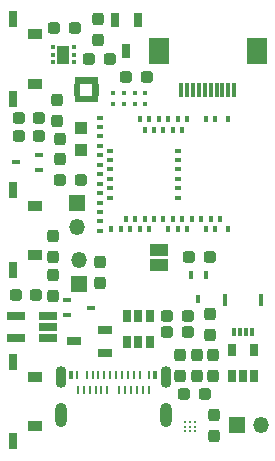
<source format=gbr>
%TF.GenerationSoftware,KiCad,Pcbnew,(5.99.0-8775-g06a515339c)*%
%TF.CreationDate,2021-12-27T00:45:30-05:00*%
%TF.ProjectId,mk2,6d6b322e-6b69-4636-9164-5f7063625858,rev?*%
%TF.SameCoordinates,Original*%
%TF.FileFunction,Soldermask,Top*%
%TF.FilePolarity,Negative*%
%FSLAX46Y46*%
G04 Gerber Fmt 4.6, Leading zero omitted, Abs format (unit mm)*
G04 Created by KiCad (PCBNEW (5.99.0-8775-g06a515339c)) date 2021-12-27 00:45:30*
%MOMM*%
%LPD*%
G01*
G04 APERTURE LIST*
G04 Aperture macros list*
%AMRoundRect*
0 Rectangle with rounded corners*
0 $1 Rounding radius*
0 $2 $3 $4 $5 $6 $7 $8 $9 X,Y pos of 4 corners*
0 Add a 4 corners polygon primitive as box body*
4,1,4,$2,$3,$4,$5,$6,$7,$8,$9,$2,$3,0*
0 Add four circle primitives for the rounded corners*
1,1,$1+$1,$2,$3*
1,1,$1+$1,$4,$5*
1,1,$1+$1,$6,$7*
1,1,$1+$1,$8,$9*
0 Add four rect primitives between the rounded corners*
20,1,$1+$1,$2,$3,$4,$5,0*
20,1,$1+$1,$4,$5,$6,$7,0*
20,1,$1+$1,$6,$7,$8,$9,0*
20,1,$1+$1,$8,$9,$2,$3,0*%
G04 Aperture macros list end*
%ADD10C,0.010000*%
%ADD11RoundRect,0.237500X0.287500X0.237500X-0.287500X0.237500X-0.287500X-0.237500X0.287500X-0.237500X0*%
%ADD12RoundRect,0.237500X-0.237500X0.287500X-0.237500X-0.287500X0.237500X-0.287500X0.237500X0.287500X0*%
%ADD13C,0.229500*%
%ADD14RoundRect,0.237500X0.237500X-0.287500X0.237500X0.287500X-0.237500X0.287500X-0.237500X-0.287500X0*%
%ADD15R,0.400000X0.600000*%
%ADD16R,0.600000X0.400000*%
%ADD17R,0.650000X1.060000*%
%ADD18R,1.220000X0.650000*%
%ADD19R,0.700000X0.450000*%
%ADD20R,0.650000X1.220000*%
%ADD21R,1.270000X0.900000*%
%ADD22R,0.800000X1.450000*%
%ADD23R,0.300000X1.300000*%
%ADD24R,1.800000X2.200000*%
%ADD25R,0.300000X0.700000*%
%ADD26R,0.300000X1.000000*%
%ADD27RoundRect,0.237500X-0.287500X-0.237500X0.287500X-0.237500X0.287500X0.237500X-0.287500X0.237500X0*%
%ADD28R,0.400000X0.420000*%
%ADD29R,1.350000X1.350000*%
%ADD30O,1.350000X1.350000*%
%ADD31R,0.450000X0.700000*%
%ADD32RoundRect,0.093750X0.093750X0.106250X-0.093750X0.106250X-0.093750X-0.106250X0.093750X-0.106250X0*%
%ADD33R,1.000000X1.600000*%
%ADD34R,1.100000X1.050000*%
%ADD35R,0.250000X0.750000*%
%ADD36R,0.300000X0.750000*%
%ADD37O,1.025000X2.050000*%
%ADD38O,0.925000X1.850000*%
%ADD39R,1.560000X0.650000*%
%ADD40R,1.500000X1.000000*%
G04 APERTURE END LIST*
D10*
%TO.C,U4*%
X19227000Y-20304000D02*
X19227000Y-19854000D01*
X19227000Y-19854000D02*
X19627000Y-19854000D01*
X19627000Y-19854000D02*
X19627000Y-20304000D01*
X19627000Y-20304000D02*
X19227000Y-20304000D01*
G36*
X19627000Y-20304000D02*
G01*
X19227000Y-20304000D01*
X19227000Y-19854000D01*
X19627000Y-19854000D01*
X19627000Y-20304000D01*
G37*
X19627000Y-20304000D02*
X19227000Y-20304000D01*
X19227000Y-19854000D01*
X19627000Y-19854000D01*
X19627000Y-20304000D01*
X18177000Y-19254000D02*
X18177000Y-18854000D01*
X18177000Y-18854000D02*
X18627000Y-18854000D01*
X18627000Y-18854000D02*
X18627000Y-19254000D01*
X18627000Y-19254000D02*
X18177000Y-19254000D01*
G36*
X18627000Y-19254000D02*
G01*
X18177000Y-19254000D01*
X18177000Y-18854000D01*
X18627000Y-18854000D01*
X18627000Y-19254000D01*
G37*
X18627000Y-19254000D02*
X18177000Y-19254000D01*
X18177000Y-18854000D01*
X18627000Y-18854000D01*
X18627000Y-19254000D01*
X19727000Y-19754000D02*
X19727000Y-19354000D01*
X19727000Y-19354000D02*
X20177000Y-19354000D01*
X20177000Y-19354000D02*
X20177000Y-19754000D01*
X20177000Y-19754000D02*
X19727000Y-19754000D01*
G36*
X20177000Y-19754000D02*
G01*
X19727000Y-19754000D01*
X19727000Y-19354000D01*
X20177000Y-19354000D01*
X20177000Y-19754000D01*
G37*
X20177000Y-19754000D02*
X19727000Y-19754000D01*
X19727000Y-19354000D01*
X20177000Y-19354000D01*
X20177000Y-19754000D01*
X19727000Y-18754000D02*
X19727000Y-18304000D01*
X19727000Y-18304000D02*
X20127000Y-18304000D01*
X20127000Y-18304000D02*
X20127000Y-18754000D01*
X20127000Y-18754000D02*
X19727000Y-18754000D01*
G36*
X20127000Y-18754000D02*
G01*
X19727000Y-18754000D01*
X19727000Y-18304000D01*
X20127000Y-18304000D01*
X20127000Y-18754000D01*
G37*
X20127000Y-18754000D02*
X19727000Y-18754000D01*
X19727000Y-18304000D01*
X20127000Y-18304000D01*
X20127000Y-18754000D01*
X18727000Y-18754000D02*
X18727000Y-18304000D01*
X18727000Y-18304000D02*
X19127000Y-18304000D01*
X19127000Y-18304000D02*
X19127000Y-18754000D01*
X19127000Y-18754000D02*
X18727000Y-18754000D01*
G36*
X19127000Y-18754000D02*
G01*
X18727000Y-18754000D01*
X18727000Y-18304000D01*
X19127000Y-18304000D01*
X19127000Y-18754000D01*
G37*
X19127000Y-18754000D02*
X18727000Y-18754000D01*
X18727000Y-18304000D01*
X19127000Y-18304000D01*
X19127000Y-18754000D01*
X19727000Y-20304000D02*
X19727000Y-19854000D01*
X19727000Y-19854000D02*
X20127000Y-19854000D01*
X20127000Y-19854000D02*
X20127000Y-20304000D01*
X20127000Y-20304000D02*
X19727000Y-20304000D01*
G36*
X20127000Y-20304000D02*
G01*
X19727000Y-20304000D01*
X19727000Y-19854000D01*
X20127000Y-19854000D01*
X20127000Y-20304000D01*
G37*
X20127000Y-20304000D02*
X19727000Y-20304000D01*
X19727000Y-19854000D01*
X20127000Y-19854000D01*
X20127000Y-20304000D01*
X18227000Y-18754000D02*
X18227000Y-18304000D01*
X18227000Y-18304000D02*
X18627000Y-18304000D01*
X18627000Y-18304000D02*
X18627000Y-18754000D01*
X18627000Y-18754000D02*
X18227000Y-18754000D01*
G36*
X18627000Y-18754000D02*
G01*
X18227000Y-18754000D01*
X18227000Y-18304000D01*
X18627000Y-18304000D01*
X18627000Y-18754000D01*
G37*
X18627000Y-18754000D02*
X18227000Y-18754000D01*
X18227000Y-18304000D01*
X18627000Y-18304000D01*
X18627000Y-18754000D01*
X19727000Y-19254000D02*
X19727000Y-18854000D01*
X19727000Y-18854000D02*
X20177000Y-18854000D01*
X20177000Y-18854000D02*
X20177000Y-19254000D01*
X20177000Y-19254000D02*
X19727000Y-19254000D01*
G36*
X20177000Y-19254000D02*
G01*
X19727000Y-19254000D01*
X19727000Y-18854000D01*
X20177000Y-18854000D01*
X20177000Y-19254000D01*
G37*
X20177000Y-19254000D02*
X19727000Y-19254000D01*
X19727000Y-18854000D01*
X20177000Y-18854000D01*
X20177000Y-19254000D01*
X18177000Y-19754000D02*
X18177000Y-19354000D01*
X18177000Y-19354000D02*
X18627000Y-19354000D01*
X18627000Y-19354000D02*
X18627000Y-19754000D01*
X18627000Y-19754000D02*
X18177000Y-19754000D01*
G36*
X18627000Y-19754000D02*
G01*
X18177000Y-19754000D01*
X18177000Y-19354000D01*
X18627000Y-19354000D01*
X18627000Y-19754000D01*
G37*
X18627000Y-19754000D02*
X18177000Y-19754000D01*
X18177000Y-19354000D01*
X18627000Y-19354000D01*
X18627000Y-19754000D01*
X19227000Y-18754000D02*
X19227000Y-18304000D01*
X19227000Y-18304000D02*
X19627000Y-18304000D01*
X19627000Y-18304000D02*
X19627000Y-18754000D01*
X19627000Y-18754000D02*
X19227000Y-18754000D01*
G36*
X19627000Y-18754000D02*
G01*
X19227000Y-18754000D01*
X19227000Y-18304000D01*
X19627000Y-18304000D01*
X19627000Y-18754000D01*
G37*
X19627000Y-18754000D02*
X19227000Y-18754000D01*
X19227000Y-18304000D01*
X19627000Y-18304000D01*
X19627000Y-18754000D01*
X18727000Y-20304000D02*
X18727000Y-19854000D01*
X18727000Y-19854000D02*
X19127000Y-19854000D01*
X19127000Y-19854000D02*
X19127000Y-20304000D01*
X19127000Y-20304000D02*
X18727000Y-20304000D01*
G36*
X19127000Y-20304000D02*
G01*
X18727000Y-20304000D01*
X18727000Y-19854000D01*
X19127000Y-19854000D01*
X19127000Y-20304000D01*
G37*
X19127000Y-20304000D02*
X18727000Y-20304000D01*
X18727000Y-19854000D01*
X19127000Y-19854000D01*
X19127000Y-20304000D01*
X18227000Y-20304000D02*
X18227000Y-19854000D01*
X18227000Y-19854000D02*
X18627000Y-19854000D01*
X18627000Y-19854000D02*
X18627000Y-20304000D01*
X18627000Y-20304000D02*
X18227000Y-20304000D01*
G36*
X18627000Y-20304000D02*
G01*
X18227000Y-20304000D01*
X18227000Y-19854000D01*
X18627000Y-19854000D01*
X18627000Y-20304000D01*
G37*
X18627000Y-20304000D02*
X18227000Y-20304000D01*
X18227000Y-19854000D01*
X18627000Y-19854000D01*
X18627000Y-20304000D01*
%TD*%
D11*
%TO.C,R4*%
X27799000Y-39878000D03*
X26049000Y-39878000D03*
%TD*%
%TO.C,R13*%
X29704000Y-33528000D03*
X27954000Y-33528000D03*
%TD*%
D12*
%TO.C,R14*%
X29718000Y-38368000D03*
X29718000Y-40118000D03*
%TD*%
D13*
%TO.C,U6*%
X27600000Y-47477000D03*
X28000000Y-47477000D03*
X28400000Y-47477000D03*
X27600000Y-47877000D03*
X28000000Y-47877000D03*
X28400000Y-47877000D03*
X27600000Y-48277000D03*
X28000000Y-48277000D03*
X28400000Y-48277000D03*
%TD*%
D14*
%TO.C,C4*%
X16383000Y-36816000D03*
X16383000Y-35066000D03*
%TD*%
D11*
%TO.C,C9*%
X24370000Y-18288000D03*
X22620000Y-18288000D03*
%TD*%
D14*
%TO.C,C8*%
X20193000Y-15099000D03*
X20193000Y-13349000D03*
%TD*%
D11*
%TO.C,R15*%
X15250000Y-23250000D03*
X13500000Y-23250000D03*
%TD*%
D15*
%TO.C,IC1*%
X31250000Y-21850000D03*
X30150000Y-21850000D03*
X29350000Y-21850000D03*
X27750000Y-21850000D03*
X27350000Y-22750000D03*
X26950000Y-21850000D03*
X26550000Y-22750000D03*
X26150000Y-21850000D03*
X25750000Y-22750000D03*
X25350000Y-21850000D03*
X24950000Y-22750000D03*
X24550000Y-21850000D03*
X24150000Y-22750000D03*
X23750000Y-21850000D03*
D16*
X20350000Y-21700000D03*
X20350000Y-22500000D03*
X20350000Y-23300000D03*
X20350000Y-24100000D03*
X21250000Y-24500000D03*
X20350000Y-24900000D03*
X21250000Y-25300000D03*
X20350000Y-25700000D03*
X21250000Y-26100000D03*
X20350000Y-26500000D03*
X21250000Y-26900000D03*
X20350000Y-27300000D03*
X21250000Y-27700000D03*
X20350000Y-28100000D03*
X21250000Y-28500000D03*
X20350000Y-28900000D03*
X20350000Y-29700000D03*
X20350000Y-30500000D03*
X20350000Y-31300000D03*
D15*
X21350000Y-31150000D03*
X22150000Y-31150000D03*
X22550000Y-30250000D03*
X22950000Y-31150000D03*
X23350000Y-30250000D03*
X23750000Y-31150000D03*
X24150000Y-30250000D03*
X24550000Y-31150000D03*
X24950000Y-30250000D03*
X25750000Y-30250000D03*
X26150000Y-31150000D03*
X26550000Y-30250000D03*
X26950000Y-31150000D03*
X27350000Y-30250000D03*
X27750000Y-31150000D03*
X28150000Y-30250000D03*
X28950000Y-30250000D03*
X29350000Y-31150000D03*
X29750000Y-30250000D03*
X30150000Y-31150000D03*
X30550000Y-30250000D03*
X31250000Y-31150000D03*
D16*
X26950000Y-24500000D03*
X26950000Y-25300000D03*
X26950000Y-26100000D03*
X26950000Y-26900000D03*
X26950000Y-27700000D03*
X26950000Y-28500000D03*
%TD*%
D17*
%TO.C,U3*%
X31550000Y-43600000D03*
X32500000Y-43600000D03*
X33450000Y-43600000D03*
X33450000Y-41400000D03*
X31550000Y-41400000D03*
%TD*%
D14*
%TO.C,C10*%
X30000000Y-48627000D03*
X30000000Y-46877000D03*
%TD*%
D18*
%TO.C,D1*%
X20810000Y-41600000D03*
X20810000Y-39700000D03*
X18190000Y-40650000D03*
%TD*%
D19*
%TO.C,Q4*%
X15250000Y-26150000D03*
X15250000Y-24850000D03*
X13250000Y-25500000D03*
%TD*%
D11*
%TO.C,C20*%
X29250000Y-45127000D03*
X27500000Y-45127000D03*
%TD*%
D17*
%TO.C,U5*%
X24572000Y-38524000D03*
X23622000Y-38524000D03*
X22672000Y-38524000D03*
X22672000Y-40724000D03*
X23622000Y-40724000D03*
X24572000Y-40724000D03*
%TD*%
D20*
%TO.C,D2*%
X23556000Y-13422000D03*
X21656000Y-13422000D03*
X22606000Y-16042000D03*
%TD*%
D21*
%TO.C,SW2*%
X14885000Y-14650000D03*
X14885000Y-18850000D03*
D22*
X13000000Y-13375000D03*
X13000000Y-20125000D03*
%TD*%
D23*
%TO.C,J1*%
X31750000Y-19350000D03*
X31250000Y-19350000D03*
X30750000Y-19350000D03*
X30250000Y-19350000D03*
X29750000Y-19350000D03*
X29250000Y-19350000D03*
X28750000Y-19350000D03*
X28250000Y-19350000D03*
X27750000Y-19350000D03*
X27250000Y-19350000D03*
D24*
X25350000Y-16100000D03*
X33650000Y-16100000D03*
%TD*%
D12*
%TO.C,R9*%
X29972000Y-41797000D03*
X29972000Y-43547000D03*
%TD*%
D25*
%TO.C,J4*%
X33250000Y-39825000D03*
X32750000Y-39825000D03*
X32250000Y-39825000D03*
X31750000Y-39825000D03*
D26*
X34040000Y-37175000D03*
X30960000Y-37175000D03*
%TD*%
D12*
%TO.C,C2*%
X17000000Y-23500000D03*
X17000000Y-25250000D03*
%TD*%
D27*
%TO.C,C5*%
X19445000Y-16764000D03*
X21195000Y-16764000D03*
%TD*%
D28*
%TO.C,IC2*%
X24210000Y-19616000D03*
X23310000Y-19616000D03*
X22410000Y-19616000D03*
X21510000Y-19616000D03*
X21510000Y-20516000D03*
X22410000Y-20516000D03*
X23310000Y-20516000D03*
X24210000Y-20516000D03*
%TD*%
D29*
%TO.C,BT1*%
X32000000Y-47750000D03*
D30*
X34000000Y-47750000D03*
%TD*%
D12*
%TO.C,R2*%
X20400000Y-33925000D03*
X20400000Y-35675000D03*
%TD*%
D21*
%TO.C,SW4*%
X14885000Y-43650000D03*
X14885000Y-47850000D03*
D22*
X13000000Y-42375000D03*
X13000000Y-49125000D03*
%TD*%
D11*
%TO.C,C6*%
X18274000Y-14097000D03*
X16524000Y-14097000D03*
%TD*%
D31*
%TO.C,Q3*%
X29352000Y-35068000D03*
X28052000Y-35068000D03*
X28702000Y-37068000D03*
%TD*%
D32*
%TO.C,U1*%
X18140500Y-17033000D03*
X18140500Y-16383000D03*
X18140500Y-15733000D03*
X16365500Y-15733000D03*
X16365500Y-16383000D03*
X16365500Y-17033000D03*
D33*
X17253000Y-16383000D03*
%TD*%
D34*
%TO.C,Y1*%
X18750000Y-24425000D03*
X18750000Y-22575000D03*
%TD*%
D35*
%TO.C,J2*%
X18450000Y-43525000D03*
X19250000Y-43525000D03*
X19750000Y-43525000D03*
X20250000Y-43525000D03*
X20750000Y-43525000D03*
X21250000Y-43525000D03*
X21750000Y-43525000D03*
X22250000Y-43525000D03*
X22750000Y-43525000D03*
X23250000Y-43525000D03*
X23750000Y-43525000D03*
X24550000Y-43525000D03*
X24500000Y-44775000D03*
X24000000Y-44775000D03*
X23500000Y-44775000D03*
X23000000Y-44775000D03*
X22500000Y-44775000D03*
X22000000Y-44775000D03*
X21000000Y-44775000D03*
X20500000Y-44775000D03*
X20000000Y-44775000D03*
X19500000Y-44775000D03*
X19000000Y-44775000D03*
X18500000Y-44775000D03*
D36*
X17950000Y-43525000D03*
X25050000Y-43525000D03*
D37*
X17050000Y-46900000D03*
X25950000Y-46900000D03*
D38*
X17050000Y-43700000D03*
X25950000Y-43700000D03*
%TD*%
D12*
%TO.C,C7*%
X16383000Y-31764000D03*
X16383000Y-33514000D03*
%TD*%
D19*
%TO.C,Q1*%
X17600000Y-37150000D03*
X17600000Y-38450000D03*
X19600000Y-37800000D03*
%TD*%
D11*
%TO.C,R3*%
X27799000Y-38481000D03*
X26049000Y-38481000D03*
%TD*%
D29*
%TO.C,J6*%
X18600000Y-35800000D03*
D30*
X18600000Y-33800000D03*
%TD*%
D14*
%TO.C,R11*%
X27178000Y-43547000D03*
X27178000Y-41797000D03*
%TD*%
D11*
%TO.C,R16*%
X15250000Y-21750000D03*
X13500000Y-21750000D03*
%TD*%
%TO.C,C3*%
X18750000Y-27000000D03*
X17000000Y-27000000D03*
%TD*%
D21*
%TO.C,SW1*%
X14885000Y-29150000D03*
X14885000Y-33350000D03*
D22*
X13000000Y-27875000D03*
X13000000Y-34625000D03*
%TD*%
D29*
%TO.C,J3*%
X18415000Y-28972000D03*
D30*
X18415000Y-30972000D03*
%TD*%
D14*
%TO.C,R12*%
X28575000Y-43547000D03*
X28575000Y-41797000D03*
%TD*%
D39*
%TO.C,U2*%
X15950000Y-40400000D03*
X15950000Y-39450000D03*
X15950000Y-38500000D03*
X13250000Y-38500000D03*
X13250000Y-40400000D03*
%TD*%
D27*
%TO.C,L1*%
X13250000Y-36750000D03*
X15000000Y-36750000D03*
%TD*%
D12*
%TO.C,C1*%
X16750000Y-20250000D03*
X16750000Y-22000000D03*
%TD*%
D40*
%TO.C,JP2*%
X25400000Y-32878000D03*
X25400000Y-34178000D03*
%TD*%
M02*

</source>
